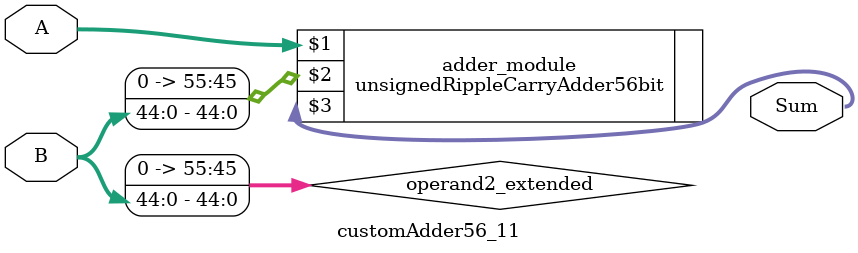
<source format=v>
module customAdder56_11(
                        input [55 : 0] A,
                        input [44 : 0] B,
                        
                        output [56 : 0] Sum
                );

        wire [55 : 0] operand2_extended;
        
        assign operand2_extended =  {11'b0, B};
        
        unsignedRippleCarryAdder56bit adder_module(
            A,
            operand2_extended,
            Sum
        );
        
        endmodule
        
</source>
